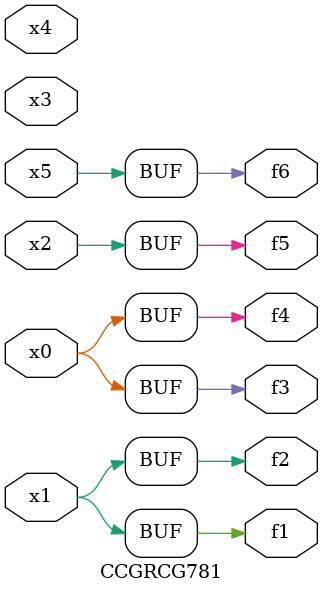
<source format=v>
module CCGRCG781(
	input x0, x1, x2, x3, x4, x5,
	output f1, f2, f3, f4, f5, f6
);
	assign f1 = x1;
	assign f2 = x1;
	assign f3 = x0;
	assign f4 = x0;
	assign f5 = x2;
	assign f6 = x5;
endmodule

</source>
